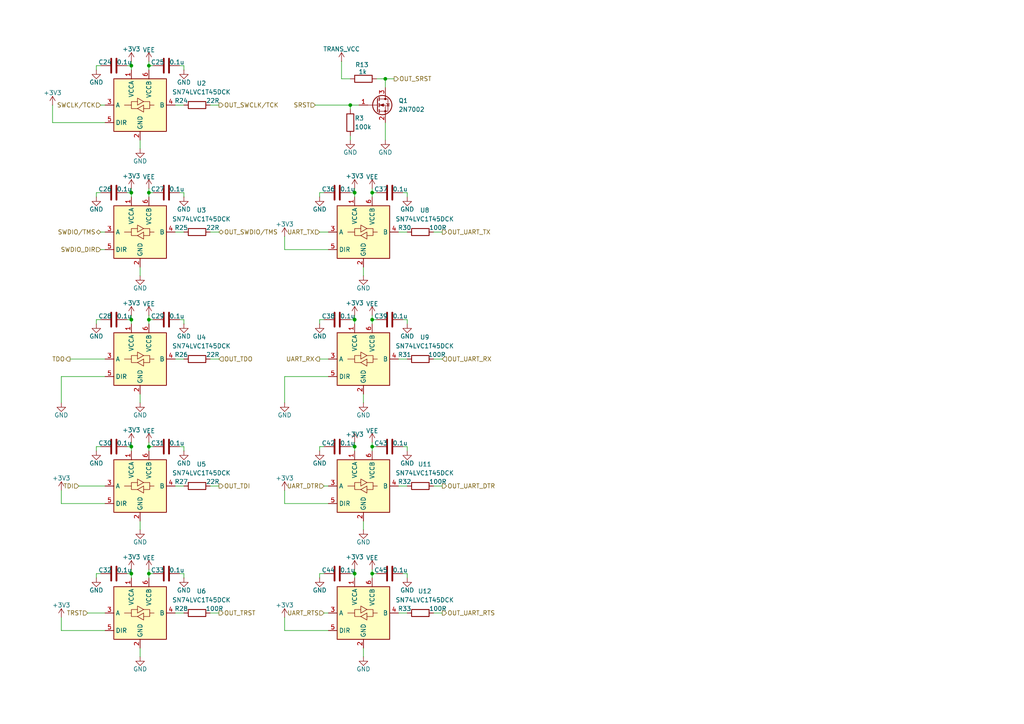
<source format=kicad_sch>
(kicad_sch (version 20241209) (generator "eeschema") (generator_version "9.0")
  (paper "A4")
  (lib_symbols
    (symbol "Device:C" (pin_numbers (hide yes)) (pin_names (offset 0.254))
      (property "Reference" "C" (at 0.635 2.54 0))
      (property "Value" "C" (at 0.635 -2.54 0))
      (symbol "C_0_1"
        (polyline (pts (xy -2.032 0.762) (xy 2.032 0.762)) (stroke (width 0.508)))
        (polyline (pts (xy -2.032 -0.762) (xy 2.032 -0.762)) (stroke (width 0.508)))
      )
      (symbol "C_1_1"
        (pin passive line (at 0 3.81 270) (length 2.794) (name "~") (number "1"))
        (pin passive line (at 0 -3.81 90) (length 2.794) (name "~") (number "2"))
      )
    )
    (symbol "Device:Q_NMOS_GSD" (pin_names (offset 0) (hide yes))
      (property "Reference" "Q" (at 5.08 1.27 0))
      (property "Value" "Q_NMOS_GSD" (at 5.08 -1.27 0))
      (symbol "Q_NMOS_GSD_0_1"
        (polyline (pts (xy 0.254 1.905) (xy 0.254 -1.905)) (stroke (width 0.254)))
        (polyline (pts (xy 0.254 0) (xy -2.54 0)))
        (polyline (pts (xy 0.762 2.286) (xy 0.762 1.27)) (stroke (width 0.254)))
        (polyline (pts (xy 0.762 0.508) (xy 0.762 -0.508)) (stroke (width 0.254)))
        (polyline (pts (xy 0.762 -1.27) (xy 0.762 -2.286)) (stroke (width 0.254)))
        (polyline (pts (xy 0.762 -1.778) (xy 3.302 -1.778) (xy 3.302 1.778) (xy 0.762 1.778)))
        (polyline (pts (xy 1.016 0) (xy 2.032 0.381) (xy 2.032 -0.381) (xy 1.016 0)) (fill (type outline)))
        (circle (center 1.651 0) (radius 2.794) (stroke (width 0.254)))
        (polyline (pts (xy 2.54 2.54) (xy 2.54 1.778)))
        (circle (center 2.54 1.778) (radius 0.254) (fill (type outline)))
        (circle (center 2.54 -1.778) (radius 0.254) (fill (type outline)))
        (polyline (pts (xy 2.54 -2.54) (xy 2.54 0) (xy 0.762 0)))
        (polyline (pts (xy 2.794 0.508) (xy 2.921 0.381) (xy 3.683 0.381) (xy 3.81 0.254)))
        (polyline (pts (xy 3.302 0.381) (xy 2.921 -0.254) (xy 3.683 -0.254) (xy 3.302 0.381)))
      )
      (symbol "Q_NMOS_GSD_1_1"
        (pin input line (at -5.08 0 0) (length 2.54) (name "G") (number "1"))
        (pin passive line (at 2.54 5.08 270) (length 2.54) (name "D") (number "3"))
        (pin passive line (at 2.54 -5.08 90) (length 2.54) (name "S") (number "2"))
      )
    )
    (symbol "Device:R" (pin_numbers (hide yes)) (pin_names (offset 0))
      (property "Reference" "R" (at 2.032 0 90))
      (property "Value" "R" (at 0 0 90))
      (symbol "R_0_1"
        (rectangle (start -1.016 -2.54) (end 1.016 2.54) (stroke (width 0.254)))
      )
      (symbol "R_1_1"
        (pin passive line (at 0 3.81 270) (length 1.27) (name "~") (number "1"))
        (pin passive line (at 0 -3.81 90) (length 1.27) (name "~") (number "2"))
      )
    )
    (symbol "Logic_LevelTranslator:SN74LVC1T45DCK"
      (property "Reference" "U" (at -6.35 8.89 0))
      (property "Value" "SN74LVC1T45DCK" (at 3.81 8.89 0))
      (symbol "SN74LVC1T45DCK_0_1"
        (rectangle (start -7.62 7.62) (end 7.62 -7.62) (stroke (width 0.254)) (fill (type background)))
        (polyline (pts (xy -2.54 0) (xy -2.54 1.016) (xy -0.762 1.016)))
        (polyline (pts (xy -0.762 0) (xy -0.762 2.032) (xy 1.016 1.016) (xy -0.762 0)))
        (polyline (pts (xy -0.762 -1.016) (xy -2.54 -1.016) (xy -2.54 0) (xy -4.572 0)))
        (polyline (pts (xy 1.016 1.016) (xy 2.794 1.016) (xy 2.794 0) (xy 4.064 0)))
        (polyline (pts (xy 1.016 0) (xy 1.016 -1.778) (xy 1.016 -2.032) (xy -0.762 -1.016) (xy 1.016 0)))
        (polyline (pts (xy 2.794 0) (xy 2.794 -1.016) (xy 1.016 -1.016)))
      )
      (symbol "SN74LVC1T45DCK_1_1"
        (pin bidirectional line (at -10.16 0 0) (length 2.54) (name "A") (number "3"))
        (pin input line (at -10.16 -5.08 0) (length 2.54) (name "DIR") (number "5"))
        (pin power_in line (at -2.54 10.16 270) (length 2.54) (name "VCCA") (number "1"))
        (pin power_in line (at 0 -10.16 90) (length 2.54) (name "GND") (number "2"))
        (pin power_in line (at 2.54 10.16 270) (length 2.54) (name "VCCB") (number "6"))
        (pin bidirectional line (at 10.16 0 180) (length 2.54) (name "B") (number "4"))
      )
    )
    (symbol "power:+3V3" (power) (pin_numbers (hide yes)) (pin_names (offset 0) (hide yes))
      (property "Value" "+3V3" (at 0 3.556 0))
      (symbol "+3V3_0_1"
        (polyline (pts (xy -0.762 1.27) (xy 0 2.54)))
        (polyline (pts (xy 0 2.54) (xy 0.762 1.27)))
        (polyline (pts (xy 0 0) (xy 0 2.54)))
      )
      (symbol "+3V3_1_1"
        (pin power_in line (at 0 0 90) (length 0) (name "~") (number "1"))
      )
    )
    (symbol "power:GND" (power) (pin_numbers (hide yes)) (pin_names (offset 0) (hide yes))
      (property "Value" "GND" (at 0 -3.81 0))
      (symbol "GND_0_1"
        (polyline (pts (xy 0 0) (xy 0 -1.27) (xy 1.27 -1.27) (xy 0 -2.54) (xy -1.27 -1.27) (xy 0 -1.27)))
      )
      (symbol "GND_1_1"
        (pin power_in line (at 0 0 270) (length 0) (name "~") (number "1"))
      )
    )
    (symbol "power:VCC" (power) (pin_numbers (hide yes)) (pin_names (offset 0) (hide yes))
      (property "Value" "VCC" (at 0 3.556 0))
      (symbol "VCC_0_1"
        (polyline (pts (xy -0.762 1.27) (xy 0 2.54)))
        (polyline (pts (xy 0 2.54) (xy 0.762 1.27)))
        (polyline (pts (xy 0 0) (xy 0 2.54)))
      )
      (symbol "VCC_1_1"
        (pin power_in line (at 0 0 90) (length 0) (name "~") (number "1"))
      )
    )
    (symbol "power:VD" (power) (pin_numbers (hide yes)) (pin_names (offset 0) (hide yes))
      (property "Value" "VD" (at 0 3.556 0))
      (symbol "VD_0_1"
        (polyline (pts (xy -0.762 1.27) (xy 0 2.54)))
        (polyline (pts (xy 0 2.54) (xy 0.762 1.27)))
        (polyline (pts (xy 0 0) (xy 0 2.54)))
      )
      (symbol "VD_1_1"
        (pin power_in line (at 0 0 90) (length 0) (name "~") (number "1"))
      )
    )
  )
  (junction (at 38.1 166.37))
  (junction (at 43.18 19.05))
  (junction (at 107.95 129.54))
  (junction (at 107.95 92.71))
  (junction (at 43.18 92.71))
  (junction (at 102.87 92.71))
  (junction (at 102.87 166.37))
  (junction (at 107.95 166.37))
  (junction (at 38.1 55.88))
  (junction (at 43.18 166.37))
  (junction (at 43.18 129.54))
  (junction (at 107.95 55.88))
  (junction (at 43.18 55.88))
  (junction (at 38.1 92.71))
  (junction (at 111.76 22.86))
  (junction (at 101.6 30.48))
  (junction (at 102.87 129.54))
  (junction (at 102.87 55.88))
  (junction (at 38.1 19.05))
  (junction (at 38.1 129.54))
  (wire (pts (xy 29.21 55.88) (xy 27.94 55.88)))
  (wire (pts (xy 60.96 140.97) (xy 63.5 140.97)))
  (wire (pts (xy 118.11 55.88) (xy 118.11 57.15)))
  (wire (pts (xy 107.95 91.44) (xy 107.95 92.71)))
  (wire (pts (xy 43.18 129.54) (xy 43.18 130.81)))
  (wire (pts (xy 116.84 166.37) (xy 118.11 166.37)))
  (wire (pts (xy 107.95 128.27) (xy 107.95 129.54)))
  (wire (pts (xy 102.87 166.37) (xy 102.87 167.64)))
  (wire (pts (xy 82.55 182.88) (xy 95.25 182.88)))
  (wire (pts (xy 92.71 129.54) (xy 92.71 130.81)))
  (wire (pts (xy 43.18 17.78) (xy 43.18 19.05)))
  (wire (pts (xy 43.18 166.37) (xy 43.18 167.64)))
  (wire (pts (xy 52.07 19.05) (xy 53.34 19.05)))
  (wire (pts (xy 107.95 55.88) (xy 109.22 55.88)))
  (wire (pts (xy 27.94 129.54) (xy 27.94 130.81)))
  (wire (pts (xy 82.55 146.05) (xy 95.25 146.05)))
  (wire (pts (xy 53.34 92.71) (xy 53.34 93.98)))
  (wire (pts (xy 60.96 30.48) (xy 63.5 30.48)))
  (wire (pts (xy 82.55 109.22) (xy 95.25 109.22)))
  (wire (pts (xy 43.18 92.71) (xy 43.18 93.98)))
  (wire (pts (xy 101.6 55.88) (xy 102.87 55.88)))
  (wire (pts (xy 91.44 30.48) (xy 101.6 30.48)))
  (wire (pts (xy 17.78 109.22) (xy 17.78 116.84)))
  (wire (pts (xy 27.94 55.88) (xy 27.94 57.15)))
  (wire (pts (xy 53.34 19.05) (xy 53.34 20.32)))
  (wire (pts (xy 101.6 30.48) (xy 104.14 30.48)))
  (wire (pts (xy 82.55 109.22) (xy 82.55 116.84)))
  (wire (pts (xy 111.76 25.4) (xy 111.76 22.86)))
  (wire (pts (xy 43.18 128.27) (xy 43.18 129.54)))
  (wire (pts (xy 116.84 55.88) (xy 118.11 55.88)))
  (wire (pts (xy 107.95 165.1) (xy 107.95 166.37)))
  (wire (pts (xy 115.57 177.8) (xy 118.11 177.8)))
  (wire (pts (xy 93.98 140.97) (xy 95.25 140.97)))
  (wire (pts (xy 111.76 35.56) (xy 111.76 40.64)))
  (wire (pts (xy 101.6 92.71) (xy 102.87 92.71)))
  (wire (pts (xy 38.1 55.88) (xy 38.1 57.15)))
  (wire (pts (xy 52.07 129.54) (xy 53.34 129.54)))
  (wire (pts (xy 43.18 54.61) (xy 43.18 55.88)))
  (wire (pts (xy 109.22 22.86) (xy 111.76 22.86)))
  (wire (pts (xy 38.1 165.1) (xy 38.1 166.37)))
  (wire (pts (xy 36.83 166.37) (xy 38.1 166.37)))
  (wire (pts (xy 125.73 140.97) (xy 128.27 140.97)))
  (wire (pts (xy 17.78 179.07) (xy 17.78 182.88)))
  (wire (pts (xy 101.6 39.37) (xy 101.6 40.64)))
  (wire (pts (xy 102.87 129.54) (xy 102.87 130.81)))
  (wire (pts (xy 43.18 165.1) (xy 43.18 166.37)))
  (wire (pts (xy 93.98 177.8) (xy 95.25 177.8)))
  (wire (pts (xy 27.94 166.37) (xy 27.94 167.64)))
  (wire (pts (xy 93.98 55.88) (xy 92.71 55.88)))
  (wire (pts (xy 50.8 30.48) (xy 53.34 30.48)))
  (wire (pts (xy 36.83 92.71) (xy 38.1 92.71)))
  (wire (pts (xy 118.11 92.71) (xy 118.11 93.98)))
  (wire (pts (xy 102.87 128.27) (xy 102.87 129.54)))
  (wire (pts (xy 102.87 55.88) (xy 102.87 57.15)))
  (wire (pts (xy 50.8 104.14) (xy 53.34 104.14)))
  (wire (pts (xy 38.1 166.37) (xy 38.1 167.64)))
  (wire (pts (xy 111.76 22.86) (xy 114.3 22.86)))
  (wire (pts (xy 38.1 128.27) (xy 38.1 129.54)))
  (wire (pts (xy 43.18 19.05) (xy 44.45 19.05)))
  (wire (pts (xy 38.1 91.44) (xy 38.1 92.71)))
  (wire (pts (xy 101.6 129.54) (xy 102.87 129.54)))
  (wire (pts (xy 105.41 114.3) (xy 105.41 116.84)))
  (wire (pts (xy 107.95 92.71) (xy 107.95 93.98)))
  (wire (pts (xy 116.84 92.71) (xy 118.11 92.71)))
  (wire (pts (xy 125.73 104.14) (xy 128.27 104.14)))
  (wire (pts (xy 52.07 55.88) (xy 53.34 55.88)))
  (wire (pts (xy 52.07 166.37) (xy 53.34 166.37)))
  (wire (pts (xy 17.78 182.88) (xy 30.48 182.88)))
  (wire (pts (xy 36.83 129.54) (xy 38.1 129.54)))
  (wire (pts (xy 92.71 92.71) (xy 92.71 93.98)))
  (wire (pts (xy 60.96 104.14) (xy 63.5 104.14)))
  (wire (pts (xy 36.83 19.05) (xy 38.1 19.05)))
  (wire (pts (xy 43.18 91.44) (xy 43.18 92.71)))
  (wire (pts (xy 40.64 114.3) (xy 40.64 116.84)))
  (wire (pts (xy 82.55 72.39) (xy 95.25 72.39)))
  (wire (pts (xy 27.94 19.05) (xy 27.94 20.32)))
  (wire (pts (xy 107.95 166.37) (xy 107.95 167.64)))
  (wire (pts (xy 38.1 129.54) (xy 38.1 130.81)))
  (wire (pts (xy 17.78 146.05) (xy 30.48 146.05)))
  (wire (pts (xy 50.8 177.8) (xy 53.34 177.8)))
  (wire (pts (xy 38.1 54.61) (xy 38.1 55.88)))
  (wire (pts (xy 107.95 166.37) (xy 109.22 166.37)))
  (wire (pts (xy 43.18 19.05) (xy 43.18 20.32)))
  (wire (pts (xy 115.57 140.97) (xy 118.11 140.97)))
  (wire (pts (xy 125.73 67.31) (xy 128.27 67.31)))
  (wire (pts (xy 93.98 92.71) (xy 92.71 92.71)))
  (wire (pts (xy 107.95 129.54) (xy 107.95 130.81)))
  (wire (pts (xy 118.11 129.54) (xy 118.11 130.81)))
  (wire (pts (xy 15.24 30.48) (xy 15.24 35.56)))
  (wire (pts (xy 53.34 55.88) (xy 53.34 57.15)))
  (wire (pts (xy 101.6 30.48) (xy 101.6 31.75)))
  (wire (pts (xy 82.55 68.58) (xy 82.55 72.39)))
  (wire (pts (xy 40.64 40.64) (xy 40.64 43.18)))
  (wire (pts (xy 82.55 142.24) (xy 82.55 146.05)))
  (wire (pts (xy 102.87 92.71) (xy 102.87 93.98)))
  (wire (pts (xy 15.24 35.56) (xy 30.48 35.56)))
  (wire (pts (xy 22.86 140.97) (xy 30.48 140.97)))
  (wire (pts (xy 43.18 129.54) (xy 44.45 129.54)))
  (wire (pts (xy 20.32 104.14) (xy 30.48 104.14)))
  (wire (pts (xy 29.21 72.39) (xy 30.48 72.39)))
  (wire (pts (xy 29.21 92.71) (xy 27.94 92.71)))
  (wire (pts (xy 38.1 19.05) (xy 38.1 20.32)))
  (wire (pts (xy 82.55 179.07) (xy 82.55 182.88)))
  (wire (pts (xy 53.34 166.37) (xy 53.34 167.64)))
  (wire (pts (xy 107.95 129.54) (xy 109.22 129.54)))
  (wire (pts (xy 102.87 91.44) (xy 102.87 92.71)))
  (wire (pts (xy 50.8 67.31) (xy 53.34 67.31)))
  (wire (pts (xy 25.4 177.8) (xy 30.48 177.8)))
  (wire (pts (xy 40.64 187.96) (xy 40.64 190.5)))
  (wire (pts (xy 102.87 165.1) (xy 102.87 166.37)))
  (wire (pts (xy 102.87 54.61) (xy 102.87 55.88)))
  (wire (pts (xy 115.57 67.31) (xy 118.11 67.31)))
  (wire (pts (xy 107.95 92.71) (xy 109.22 92.71)))
  (wire (pts (xy 93.98 166.37) (xy 92.71 166.37)))
  (wire (pts (xy 43.18 55.88) (xy 43.18 57.15)))
  (wire (pts (xy 92.71 67.31) (xy 95.25 67.31)))
  (wire (pts (xy 60.96 177.8) (xy 63.5 177.8)))
  (wire (pts (xy 125.73 177.8) (xy 128.27 177.8)))
  (wire (pts (xy 99.06 17.78) (xy 99.06 22.86)))
  (wire (pts (xy 60.96 67.31) (xy 63.5 67.31)))
  (wire (pts (xy 43.18 166.37) (xy 44.45 166.37)))
  (wire (pts (xy 93.98 129.54) (xy 92.71 129.54)))
  (wire (pts (xy 92.71 104.14) (xy 95.25 104.14)))
  (wire (pts (xy 27.94 92.71) (xy 27.94 93.98)))
  (wire (pts (xy 17.78 142.24) (xy 17.78 146.05)))
  (wire (pts (xy 52.07 92.71) (xy 53.34 92.71)))
  (wire (pts (xy 107.95 55.88) (xy 107.95 57.15)))
  (wire (pts (xy 105.41 151.13) (xy 105.41 153.67)))
  (wire (pts (xy 50.8 140.97) (xy 53.34 140.97)))
  (wire (pts (xy 92.71 55.88) (xy 92.71 57.15)))
  (wire (pts (xy 29.21 19.05) (xy 27.94 19.05)))
  (wire (pts (xy 36.83 55.88) (xy 38.1 55.88)))
  (wire (pts (xy 105.41 187.96) (xy 105.41 190.5)))
  (wire (pts (xy 43.18 55.88) (xy 44.45 55.88)))
  (wire (pts (xy 17.78 109.22) (xy 30.48 109.22)))
  (wire (pts (xy 116.84 129.54) (xy 118.11 129.54)))
  (wire (pts (xy 40.64 151.13) (xy 40.64 153.67)))
  (wire (pts (xy 115.57 104.14) (xy 118.11 104.14)))
  (wire (pts (xy 53.34 129.54) (xy 53.34 130.81)))
  (wire (pts (xy 105.41 77.47) (xy 105.41 80.01)))
  (wire (pts (xy 101.6 166.37) (xy 102.87 166.37)))
  (wire (pts (xy 29.21 67.31) (xy 30.48 67.31)))
  (wire (pts (xy 38.1 17.78) (xy 38.1 19.05)))
  (wire (pts (xy 118.11 166.37) (xy 118.11 167.64)))
  (wire (pts (xy 29.21 166.37) (xy 27.94 166.37)))
  (wire (pts (xy 38.1 92.71) (xy 38.1 93.98)))
  (wire (pts (xy 101.6 22.86) (xy 99.06 22.86)))
  (wire (pts (xy 29.21 129.54) (xy 27.94 129.54)))
  (wire (pts (xy 107.95 54.61) (xy 107.95 55.88)))
  (wire (pts (xy 40.64 77.47) (xy 40.64 80.01)))
  (wire (pts (xy 29.21 30.48) (xy 30.48 30.48)))
  (wire (pts (xy 43.18 92.71) (xy 44.45 92.71)))
  (wire (pts (xy 92.71 166.37) (xy 92.71 167.64)))
  (hierarchical_label "OUT_TDO" (shape input) (at 63.5 104.14 0))
  (hierarchical_label "SWCLK{slash}TCK" (shape input) (at 29.21 30.48 180))
  (hierarchical_label "OUT_UART_RX" (shape input) (at 128.27 104.14 0))
  (hierarchical_label "TDO" (shape output) (at 20.32 104.14 180))
  (hierarchical_label "OUT_TDI" (shape output) (at 63.5 140.97 0))
  (hierarchical_label "OUT_UART_RTS" (shape output) (at 128.27 177.8 0))
  (hierarchical_label "OUT_UART_DTR" (shape output) (at 128.27 140.97 0))
  (hierarchical_label "OUT_SWCLK{slash}TCK" (shape output) (at 63.5 30.48 0))
  (hierarchical_label "SWDIO{slash}TMS" (shape bidirectional) (at 29.21 67.31 180))
  (hierarchical_label "SRST" (shape input) (at 91.44 30.48 180))
  (hierarchical_label "OUT_TRST" (shape output) (at 63.5 177.8 0))
  (hierarchical_label "TRST" (shape input) (at 25.4 177.8 180))
  (hierarchical_label "UART_TX" (shape input) (at 92.71 67.31 180))
  (hierarchical_label "UART_RTS" (shape input) (at 93.98 177.8 180))
  (hierarchical_label "UART_RX" (shape output) (at 92.71 104.14 180))
  (hierarchical_label "OUT_UART_TX" (shape output) (at 128.27 67.31 0))
  (hierarchical_label "OUT_SWDIO{slash}TMS" (shape bidirectional) (at 63.5 67.31 0))
  (hierarchical_label "SWDIO_DIR" (shape input) (at 29.21 72.39 180))
  (hierarchical_label "UART_DTR" (shape input) (at 93.98 140.97 180))
  (hierarchical_label "TDI" (shape input) (at 22.86 140.97 180))
  (hierarchical_label "OUT_SRST" (shape output) (at 114.3 22.86 0))
  (symbol (lib_id "power:GND") (at 92.71 167.64 0) (unit 1)
    (property "Reference" "#PWR081" (effects (hide yes)))
    (property "Value" "GND" (at 92.71 171.196 0))
    (property "Description" "Power symbol creates a global label with name \"GND\" , ground" (effects (hide yes)))
  )
  (symbol (lib_id "power:VD") (at 43.18 165.1 0) (unit 1)
    (property "Reference" "#PWR044" (effects (hide yes)))
    (property "Value" "VEE" (at 43.18 161.798 0))
    (property "Description" "Power symbol creates a global label with name \"VD\"" (effects (hide yes)))
  )
  (symbol (lib_id "power:GND") (at 27.94 20.32 0) (unit 1)
    (property "Reference" "#PWR022" (effects (hide yes)))
    (property "Value" "GND" (at 27.94 23.876 0))
    (property "Description" "Power symbol creates a global label with name \"GND\" , ground" (effects (hide yes)))
  )
  (symbol (lib_id "Device:R") (at 57.15 30.48 90) (unit 1)
    (property "Reference" "R24" (at 52.578 29.21 90))
    (property "Value" "22R" (at 61.722 29.21 90))
    (property "Footprint" "Resistor_SMD:R_0402_1005Metric" (effects (hide yes)))
    (property "Description" "Resistor" (effects (hide yes)))
  )
  (symbol (lib_id "power:VCC") (at 99.06 17.78 0) (unit 1)
    (property "Reference" "#PWR0140" (effects (hide yes)))
    (property "Value" "TRANS_VCC" (at 99.06 14.224 0))
    (property "Description" "Power symbol creates a global label with name \"VCC\"" (effects (hide yes)))
  )
  (symbol (lib_id "power:GND") (at 40.64 190.5 0) (unit 1)
    (property "Reference" "#PWR048" (effects (hide yes)))
    (property "Value" "GND" (at 40.64 194.056 0))
    (property "Description" "Power symbol creates a global label with name \"GND\" , ground" (effects (hide yes)))
  )
  (symbol (lib_id "Device:R") (at 121.92 67.31 90) (unit 1)
    (property "Reference" "R30" (at 117.348 66.04 90))
    (property "Value" "100R" (at 127 66.04 90))
    (property "Footprint" "Resistor_SMD:R_0402_1005Metric" (effects (hide yes)))
    (property "Description" "Resistor" (effects (hide yes)))
  )
  (symbol (lib_id "power:GND") (at 27.94 57.15 0) (unit 1)
    (property "Reference" "#PWR028" (effects (hide yes)))
    (property "Value" "GND" (at 27.94 60.706 0))
    (property "Description" "Power symbol creates a global label with name \"GND\" , ground" (effects (hide yes)))
  )
  (symbol (lib_id "power:GND") (at 27.94 93.98 0) (unit 1)
    (property "Reference" "#PWR033" (effects (hide yes)))
    (property "Value" "GND" (at 27.94 97.536 0))
    (property "Description" "Power symbol creates a global label with name \"GND\" , ground" (effects (hide yes)))
  )
  (symbol (lib_id "power:+3V3") (at 102.87 165.1 0) (unit 1)
    (property "Reference" "#PWR079" (effects (hide yes)))
    (property "Value" "+3V3" (at 102.87 161.544 0))
    (property "Description" "Power symbol creates a global label with name \"+3V3\"" (effects (hide yes)))
  )
  (symbol (lib_id "Device:C") (at 33.02 129.54 90) (unit 1)
    (property "Reference" "C30" (at 30.48 128.524 90))
    (property "Value" "0.1u" (at 36.068 128.524 90))
    (property "Footprint" "Capacitor_SMD:C_0402_1005Metric" (effects (hide yes)))
    (property "Description" "Unpolarized capacitor" (effects (hide yes)))
  )
  (symbol (lib_id "Device:C") (at 113.03 92.71 90) (unit 1)
    (property "Reference" "C39" (at 110.49 91.694 90))
    (property "Value" "0.1u" (at 116.078 91.694 90))
    (property "Footprint" "Capacitor_SMD:C_0402_1005Metric" (effects (hide yes)))
    (property "Description" "Unpolarized capacitor" (effects (hide yes)))
  )
  (symbol (lib_id "power:VD") (at 43.18 91.44 0) (unit 1)
    (property "Reference" "#PWR032" (effects (hide yes)))
    (property "Value" "VEE" (at 43.18 88.138 0))
    (property "Description" "Power symbol creates a global label with name \"VD\"" (effects (hide yes)))
  )
  (symbol (lib_id "Device:R") (at 121.92 140.97 90) (unit 1)
    (property "Reference" "R32" (at 117.348 139.7 90))
    (property "Value" "100R" (at 127 139.7 90))
    (property "Footprint" "Resistor_SMD:R_0402_1005Metric" (effects (hide yes)))
    (property "Description" "Resistor" (effects (hide yes)))
  )
  (symbol (lib_id "power:GND") (at 40.64 80.01 0) (unit 1)
    (property "Reference" "#PWR030" (effects (hide yes)))
    (property "Value" "GND" (at 40.64 83.566 0))
    (property "Description" "Power symbol creates a global label with name \"GND\" , ground" (effects (hide yes)))
  )
  (symbol (lib_id "Device:C") (at 33.02 55.88 90) (unit 1)
    (property "Reference" "C26" (at 30.48 54.864 90))
    (property "Value" "0.1u" (at 36.068 54.864 90))
    (property "Footprint" "Capacitor_SMD:C_0402_1005Metric" (effects (hide yes)))
    (property "Description" "Unpolarized capacitor" (effects (hide yes)))
  )
  (symbol (lib_id "power:+3V3") (at 38.1 17.78 0) (unit 1)
    (property "Reference" "#PWR018" (effects (hide yes)))
    (property "Value" "+3V3" (at 38.1 14.224 0))
    (property "Description" "Power symbol creates a global label with name \"+3V3\"" (effects (hide yes)))
  )
  (symbol (lib_id "power:GND") (at 118.11 57.15 0) (unit 1)
    (property "Reference" "#PWR058" (effects (hide yes)))
    (property "Value" "GND" (at 118.11 60.706 0))
    (property "Description" "Power symbol creates a global label with name \"GND\" , ground" (effects (hide yes)))
  )
  (symbol (lib_id "power:GND") (at 40.64 153.67 0) (unit 1)
    (property "Reference" "#PWR042" (effects (hide yes)))
    (property "Value" "GND" (at 40.64 157.226 0))
    (property "Description" "Power symbol creates a global label with name \"GND\" , ground" (effects (hide yes)))
  )
  (symbol (lib_id "power:VD") (at 43.18 17.78 0) (unit 1)
    (property "Reference" "#PWR019" (effects (hide yes)))
    (property "Value" "VEE" (at 43.18 14.478 0))
    (property "Description" "Power symbol creates a global label with name \"VD\"" (effects (hide yes)))
  )
  (symbol (lib_id "Device:C") (at 33.02 19.05 90) (unit 1)
    (property "Reference" "C24" (at 30.48 18.034 90))
    (property "Value" "0.1u" (at 36.068 18.034 90))
    (property "Footprint" "Capacitor_SMD:C_0402_1005Metric" (effects (hide yes)))
    (property "Description" "Unpolarized capacitor" (effects (hide yes)))
  )
  (symbol (lib_id "power:GND") (at 53.34 167.64 0) (unit 1)
    (property "Reference" "#PWR046" (effects (hide yes)))
    (property "Value" "GND" (at 53.34 171.196 0))
    (property "Description" "Power symbol creates a global label with name \"GND\" , ground" (effects (hide yes)))
  )
  (symbol (lib_id "power:VD") (at 107.95 54.61 0) (unit 1)
    (property "Reference" "#PWR056" (effects (hide yes)))
    (property "Value" "VEE" (at 107.95 51.308 0))
    (property "Description" "Power symbol creates a global label with name \"VD\"" (effects (hide yes)))
  )
  (symbol (lib_id "Device:R") (at 57.15 177.8 90) (unit 1)
    (property "Reference" "R28" (at 52.578 176.53 90))
    (property "Value" "100R" (at 62.23 176.53 90))
    (property "Footprint" "Resistor_SMD:R_0402_1005Metric" (effects (hide yes)))
    (property "Description" "Resistor" (effects (hide yes)))
  )
  (symbol (lib_id "power:GND") (at 40.64 43.18 0) (unit 1)
    (property "Reference" "#PWR025" (effects (hide yes)))
    (property "Value" "GND" (at 40.64 46.736 0))
    (property "Description" "Power symbol creates a global label with name \"GND\" , ground" (effects (hide yes)))
  )
  (symbol (lib_id "Device:C") (at 48.26 55.88 90) (unit 1)
    (property "Reference" "C27" (at 45.72 54.864 90))
    (property "Value" "0.1u" (at 51.308 54.864 90))
    (property "Footprint" "Capacitor_SMD:C_0402_1005Metric" (effects (hide yes)))
    (property "Description" "Unpolarized capacitor" (effects (hide yes)))
  )
  (symbol (lib_id "power:VD") (at 107.95 165.1 0) (unit 1)
    (property "Reference" "#PWR080" (effects (hide yes)))
    (property "Value" "VEE" (at 107.95 161.798 0))
    (property "Description" "Power symbol creates a global label with name \"VD\"" (effects (hide yes)))
  )
  (symbol (lib_id "power:GND") (at 53.34 20.32 0) (unit 1)
    (property "Reference" "#PWR023" (effects (hide yes)))
    (property "Value" "GND" (at 53.34 23.876 0))
    (property "Description" "Power symbol creates a global label with name \"GND\" , ground" (effects (hide yes)))
  )
  (symbol (lib_id "Logic_LevelTranslator:SN74LVC1T45DCK") (at 105.41 67.31 0) (unit 1)
    (property "Reference" "U8" (at 123.19 60.9914 0))
    (property "Value" "SN74LVC1T45DCK" (at 123.19 63.5314 0))
    (property "Footprint" "Package_TO_SOT_SMD:SOT-363_SC-70-6" (effects (hide yes)))
    (property "Datasheet" "http://www.ti.com/lit/ds/symlink/sn74lvc1t45.pdf" (effects (hide yes)))
    (property "Description" "Single-Bit Dual-Supply Bus Transceiver With Configurable Voltage Translation and 3-State Outputs, SOT-363" (effects (hide yes)))
  )
  (symbol (lib_id "power:+3V3") (at 102.87 128.27 0) (unit 1)
    (property "Reference" "#PWR073" (effects (hide yes)))
    (property "Value" "+3V3" (at 102.87 125.984 0))
    (property "Description" "Power symbol creates a global label with name \"+3V3\"" (effects (hide yes)))
  )
  (symbol (lib_id "power:GND") (at 27.94 130.81 0) (unit 1)
    (property "Reference" "#PWR039" (effects (hide yes)))
    (property "Value" "GND" (at 27.94 134.366 0))
    (property "Description" "Power symbol creates a global label with name \"GND\" , ground" (effects (hide yes)))
  )
  (symbol (lib_id "Device:C") (at 48.26 92.71 90) (unit 1)
    (property "Reference" "C29" (at 45.72 91.694 90))
    (property "Value" "0.1u" (at 51.308 91.694 90))
    (property "Footprint" "Capacitor_SMD:C_0402_1005Metric" (effects (hide yes)))
    (property "Description" "Unpolarized capacitor" (effects (hide yes)))
  )
  (symbol (lib_id "power:+3V3") (at 15.24 30.48 0) (unit 1)
    (property "Reference" "#PWR024" (effects (hide yes)))
    (property "Value" "+3V3" (at 15.24 26.924 0))
    (property "Description" "Power symbol creates a global label with name \"+3V3\"" (effects (hide yes)))
  )
  (symbol (lib_id "power:GND") (at 92.71 130.81 0) (unit 1)
    (property "Reference" "#PWR075" (effects (hide yes)))
    (property "Value" "GND" (at 92.71 134.366 0))
    (property "Description" "Power symbol creates a global label with name \"GND\" , ground" (effects (hide yes)))
  )
  (symbol (lib_id "power:GND") (at 118.11 130.81 0) (unit 1)
    (property "Reference" "#PWR076" (effects (hide yes)))
    (property "Value" "GND" (at 118.11 134.366 0))
    (property "Description" "Power symbol creates a global label with name \"GND\" , ground" (effects (hide yes)))
  )
  (symbol (lib_id "power:GND") (at 82.55 116.84 0) (unit 1)
    (property "Reference" "#PWR071" (effects (hide yes)))
    (property "Value" "GND" (at 82.55 120.396 0))
    (property "Description" "Power symbol creates a global label with name \"GND\" , ground" (effects (hide yes)))
  )
  (symbol (lib_id "Logic_LevelTranslator:SN74LVC1T45DCK") (at 40.64 104.14 0) (unit 1)
    (property "Reference" "U4" (at 58.42 97.8214 0))
    (property "Value" "SN74LVC1T45DCK" (at 58.42 100.3614 0))
    (property "Footprint" "Package_TO_SOT_SMD:SOT-363_SC-70-6" (effects (hide yes)))
    (property "Datasheet" "http://www.ti.com/lit/ds/symlink/sn74lvc1t45.pdf" (effects (hide yes)))
    (property "Description" "Single-Bit Dual-Supply Bus Transceiver With Configurable Voltage Translation and 3-State Outputs, SOT-363" (effects (hide yes)))
  )
  (symbol (lib_id "Logic_LevelTranslator:SN74LVC1T45DCK") (at 40.64 140.97 0) (unit 1)
    (property "Reference" "U5" (at 58.42 134.6514 0))
    (property "Value" "SN74LVC1T45DCK" (at 58.42 137.1914 0))
    (property "Footprint" "Package_TO_SOT_SMD:SOT-363_SC-70-6" (effects (hide yes)))
    (property "Datasheet" "http://www.ti.com/lit/ds/symlink/sn74lvc1t45.pdf" (effects (hide yes)))
    (property "Description" "Single-Bit Dual-Supply Bus Transceiver With Configurable Voltage Translation and 3-State Outputs, SOT-363" (effects (hide yes)))
  )
  (symbol (lib_id "Device:C") (at 33.02 92.71 90) (unit 1)
    (property "Reference" "C28" (at 30.48 91.694 90))
    (property "Value" "0.1u" (at 36.068 91.694 90))
    (property "Footprint" "Capacitor_SMD:C_0402_1005Metric" (effects (hide yes)))
    (property "Description" "Unpolarized capacitor" (effects (hide yes)))
  )
  (symbol (lib_id "Logic_LevelTranslator:SN74LVC1T45DCK") (at 105.41 140.97 0) (unit 1)
    (property "Reference" "U11" (at 123.19 134.6514 0))
    (property "Value" "SN74LVC1T45DCK" (at 123.19 137.1914 0))
    (property "Footprint" "Package_TO_SOT_SMD:SOT-363_SC-70-6" (effects (hide yes)))
    (property "Datasheet" "http://www.ti.com/lit/ds/symlink/sn74lvc1t45.pdf" (effects (hide yes)))
    (property "Description" "Single-Bit Dual-Supply Bus Transceiver With Configurable Voltage Translation and 3-State Outputs, SOT-363" (effects (hide yes)))
  )
  (symbol (lib_id "Device:R") (at 57.15 67.31 90) (unit 1)
    (property "Reference" "R25" (at 52.578 66.04 90))
    (property "Value" "22R" (at 61.722 66.04 90))
    (property "Footprint" "Resistor_SMD:R_0402_1005Metric" (effects (hide yes)))
    (property "Description" "Resistor" (effects (hide yes)))
  )
  (symbol (lib_id "power:VD") (at 107.95 128.27 0) (unit 1)
    (property "Reference" "#PWR074" (effects (hide yes)))
    (property "Value" "VEE" (at 107.95 124.968 0))
    (property "Description" "Power symbol creates a global label with name \"VD\"" (effects (hide yes)))
  )
  (symbol (lib_id "power:VD") (at 107.95 91.44 0) (unit 1)
    (property "Reference" "#PWR062" (effects (hide yes)))
    (property "Value" "VEE" (at 107.95 88.138 0))
    (property "Description" "Power symbol creates a global label with name \"VD\"" (effects (hide yes)))
  )
  (symbol (lib_id "power:+3V3") (at 102.87 54.61 0) (unit 1)
    (property "Reference" "#PWR055" (effects (hide yes)))
    (property "Value" "+3V3" (at 102.87 51.054 0))
    (property "Description" "Power symbol creates a global label with name \"+3V3\"" (effects (hide yes)))
  )
  (symbol (lib_id "Device:Q_NMOS_GSD") (at 109.22 30.48 0) (unit 1)
    (property "Reference" "Q1" (at 115.57 29.2099 0) (effects (justify left)))
    (property "Value" "2N7002" (at 115.57 31.7499 0) (effects (justify left)))
    (property "Footprint" "Package_TO_SOT_SMD:SOT-323_SC-70" (effects (hide yes)))
    (property "Description" "N-MOSFET transistor, gate/source/drain" (effects (hide yes)))
  )
  (symbol (lib_id "Device:C") (at 97.79 129.54 90) (unit 1)
    (property "Reference" "C42" (at 95.25 128.524 90))
    (property "Value" "0.1u" (at 100.838 128.524 90))
    (property "Footprint" "Capacitor_SMD:C_0402_1005Metric" (effects (hide yes)))
    (property "Description" "Unpolarized capacitor" (effects (hide yes)))
  )
  (symbol (lib_id "Device:R") (at 105.41 22.86 90) (unit 1)
    (property "Reference" "R13" (at 106.934 18.796 90) (effects (justify left)))
    (property "Value" "1k" (at 106.426 20.828 90) (effects (justify left)))
    (property "Footprint" "Resistor_SMD:R_0402_1005Metric" (effects (hide yes)))
    (property "Description" "Resistor" (effects (hide yes)))
  )
  (symbol (lib_id "power:GND") (at 105.41 153.67 0) (unit 1)
    (property "Reference" "#PWR078" (effects (hide yes)))
    (property "Value" "GND" (at 105.41 157.226 0))
    (property "Description" "Power symbol creates a global label with name \"GND\" , ground" (effects (hide yes)))
  )
  (symbol (lib_id "power:GND") (at 40.64 116.84 0) (unit 1)
    (property "Reference" "#PWR036" (effects (hide yes)))
    (property "Value" "GND" (at 40.64 120.396 0))
    (property "Description" "Power symbol creates a global label with name \"GND\" , ground" (effects (hide yes)))
  )
  (symbol (lib_id "Logic_LevelTranslator:SN74LVC1T45DCK") (at 40.64 177.8 0) (unit 1)
    (property "Reference" "U6" (at 58.42 171.4814 0))
    (property "Value" "SN74LVC1T45DCK" (at 58.42 174.0214 0))
    (property "Footprint" "Package_TO_SOT_SMD:SOT-363_SC-70-6" (effects (hide yes)))
    (property "Datasheet" "http://www.ti.com/lit/ds/symlink/sn74lvc1t45.pdf" (effects (hide yes)))
    (property "Description" "Single-Bit Dual-Supply Bus Transceiver With Configurable Voltage Translation and 3-State Outputs, SOT-363" (effects (hide yes)))
  )
  (symbol (lib_id "power:GND") (at 105.41 116.84 0) (unit 1)
    (property "Reference" "#PWR072" (effects (hide yes)))
    (property "Value" "GND" (at 105.41 120.396 0))
    (property "Description" "Power symbol creates a global label with name \"GND\" , ground" (effects (hide yes)))
  )
  (symbol (lib_id "power:+3V3") (at 82.55 142.24 0) (unit 1)
    (property "Reference" "#PWR077" (effects (hide yes)))
    (property "Value" "+3V3" (at 82.55 138.684 0))
    (property "Description" "Power symbol creates a global label with name \"+3V3\"" (effects (hide yes)))
  )
  (symbol (lib_id "Device:C") (at 48.26 19.05 90) (unit 1)
    (property "Reference" "C25" (at 45.72 18.034 90))
    (property "Value" "0.1u" (at 51.308 18.034 90))
    (property "Footprint" "Capacitor_SMD:C_0402_1005Metric" (effects (hide yes)))
    (property "Description" "Unpolarized capacitor" (effects (hide yes)))
  )
  (symbol (lib_id "power:+3V3") (at 82.55 68.58 0) (unit 1)
    (property "Reference" "#PWR059" (effects (hide yes)))
    (property "Value" "+3V3" (at 82.55 65.024 0))
    (property "Description" "Power symbol creates a global label with name \"+3V3\"" (effects (hide yes)))
  )
  (symbol (lib_id "power:VD") (at 43.18 128.27 0) (unit 1)
    (property "Reference" "#PWR038" (effects (hide yes)))
    (property "Value" "VEE" (at 43.18 124.968 0))
    (property "Description" "Power symbol creates a global label with name \"VD\"" (effects (hide yes)))
  )
  (symbol (lib_id "Device:C") (at 113.03 166.37 90) (unit 1)
    (property "Reference" "C45" (at 110.49 165.354 90))
    (property "Value" "0.1u" (at 116.078 165.354 90))
    (property "Footprint" "Capacitor_SMD:C_0402_1005Metric" (effects (hide yes)))
    (property "Description" "Unpolarized capacitor" (effects (hide yes)))
  )
  (symbol (lib_id "power:GND") (at 105.41 80.01 0) (unit 1)
    (property "Reference" "#PWR060" (effects (hide yes)))
    (property "Value" "GND" (at 105.41 83.566 0))
    (property "Description" "Power symbol creates a global label with name \"GND\" , ground" (effects (hide yes)))
  )
  (symbol (lib_id "Logic_LevelTranslator:SN74LVC1T45DCK") (at 105.41 104.14 0) (unit 1)
    (property "Reference" "U9" (at 123.19 97.8214 0))
    (property "Value" "SN74LVC1T45DCK" (at 123.19 100.3614 0))
    (property "Footprint" "Package_TO_SOT_SMD:SOT-363_SC-70-6" (effects (hide yes)))
    (property "Datasheet" "http://www.ti.com/lit/ds/symlink/sn74lvc1t45.pdf" (effects (hide yes)))
    (property "Description" "Single-Bit Dual-Supply Bus Transceiver With Configurable Voltage Translation and 3-State Outputs, SOT-363" (effects (hide yes)))
  )
  (symbol (lib_id "power:GND") (at 118.11 93.98 0) (unit 1)
    (property "Reference" "#PWR064" (effects (hide yes)))
    (property "Value" "GND" (at 118.11 97.536 0))
    (property "Description" "Power symbol creates a global label with name \"GND\" , ground" (effects (hide yes)))
  )
  (symbol (lib_id "power:GND") (at 105.41 190.5 0) (unit 1)
    (property "Reference" "#PWR097" (effects (hide yes)))
    (property "Value" "GND" (at 105.41 194.056 0))
    (property "Description" "Power symbol creates a global label with name \"GND\" , ground" (effects (hide yes)))
  )
  (symbol (lib_id "power:+3V3") (at 38.1 128.27 0) (unit 1)
    (property "Reference" "#PWR037" (effects (hide yes)))
    (property "Value" "+3V3" (at 38.1 124.714 0))
    (property "Description" "Power symbol creates a global label with name \"+3V3\"" (effects (hide yes)))
  )
  (symbol (lib_id "power:GND") (at 53.34 57.15 0) (unit 1)
    (property "Reference" "#PWR029" (effects (hide yes)))
    (property "Value" "GND" (at 53.34 60.706 0))
    (property "Description" "Power symbol creates a global label with name \"GND\" , ground" (effects (hide yes)))
  )
  (symbol (lib_id "Device:R") (at 57.15 104.14 90) (unit 1)
    (property "Reference" "R26" (at 52.578 102.87 90))
    (property "Value" "22R" (at 61.722 102.87 90))
    (property "Footprint" "Resistor_SMD:R_0402_1005Metric" (effects (hide yes)))
    (property "Description" "Resistor" (effects (hide yes)))
  )
  (symbol (lib_id "power:GND") (at 111.76 40.64 0) (unit 1)
    (property "Reference" "#PWR0129" (effects (hide yes)))
    (property "Value" "GND" (at 111.76 44.196 0))
    (property "Description" "Power symbol creates a global label with name \"GND\" , ground" (effects (hide yes)))
  )
  (symbol (lib_id "Device:C") (at 97.79 166.37 90) (unit 1)
    (property "Reference" "C44" (at 95.25 165.354 90))
    (property "Value" "0.1u" (at 100.838 165.354 90))
    (property "Footprint" "Capacitor_SMD:C_0402_1005Metric" (effects (hide yes)))
    (property "Description" "Unpolarized capacitor" (effects (hide yes)))
  )
  (symbol (lib_id "Device:C") (at 97.79 92.71 90) (unit 1)
    (property "Reference" "C38" (at 95.25 91.694 90))
    (property "Value" "0.1u" (at 100.838 91.694 90))
    (property "Footprint" "Capacitor_SMD:C_0402_1005Metric" (effects (hide yes)))
    (property "Description" "Unpolarized capacitor" (effects (hide yes)))
  )
  (symbol (lib_id "power:GND") (at 101.6 40.64 0) (unit 1)
    (property "Reference" "#PWR0137" (effects (hide yes)))
    (property "Value" "GND" (at 101.6 44.196 0))
    (property "Description" "Power symbol creates a global label with name \"GND\" , ground" (effects (hide yes)))
  )
  (symbol (lib_id "power:GND") (at 92.71 93.98 0) (unit 1)
    (property "Reference" "#PWR063" (effects (hide yes)))
    (property "Value" "GND" (at 92.71 97.536 0))
    (property "Description" "Power symbol creates a global label with name \"GND\" , ground" (effects (hide yes)))
  )
  (symbol (lib_id "Logic_LevelTranslator:SN74LVC1T45DCK") (at 40.64 67.31 0) (unit 1)
    (property "Reference" "U3" (at 58.42 60.9914 0))
    (property "Value" "SN74LVC1T45DCK" (at 58.42 63.5314 0))
    (property "Footprint" "Package_TO_SOT_SMD:SOT-363_SC-70-6" (effects (hide yes)))
    (property "Datasheet" "http://www.ti.com/lit/ds/symlink/sn74lvc1t45.pdf" (effects (hide yes)))
    (property "Description" "Single-Bit Dual-Supply Bus Transceiver With Configurable Voltage Translation and 3-State Outputs, SOT-363" (effects (hide yes)))
  )
  (symbol (lib_id "power:GND") (at 92.71 57.15 0) (unit 1)
    (property "Reference" "#PWR057" (effects (hide yes)))
    (property "Value" "GND" (at 92.71 60.706 0))
    (property "Description" "Power symbol creates a global label with name \"GND\" , ground" (effects (hide yes)))
  )
  (symbol (lib_id "Device:C") (at 113.03 129.54 90) (unit 1)
    (property "Reference" "C43" (at 110.49 128.524 90))
    (property "Value" "0.1u" (at 116.078 128.524 90))
    (property "Footprint" "Capacitor_SMD:C_0402_1005Metric" (effects (hide yes)))
    (property "Description" "Unpolarized capacitor" (effects (hide yes)))
  )
  (symbol (lib_id "Device:C") (at 48.26 129.54 90) (unit 1)
    (property "Reference" "C31" (at 45.72 128.524 90))
    (property "Value" "0.1u" (at 51.308 128.524 90))
    (property "Footprint" "Capacitor_SMD:C_0402_1005Metric" (effects (hide yes)))
    (property "Description" "Unpolarized capacitor" (effects (hide yes)))
  )
  (symbol (lib_id "power:GND") (at 53.34 93.98 0) (unit 1)
    (property "Reference" "#PWR034" (effects (hide yes)))
    (property "Value" "GND" (at 53.34 97.536 0))
    (property "Description" "Power symbol creates a global label with name \"GND\" , ground" (effects (hide yes)))
  )
  (symbol (lib_id "power:+3V3") (at 102.87 91.44 0) (unit 1)
    (property "Reference" "#PWR061" (effects (hide yes)))
    (property "Value" "+3V3" (at 102.87 87.884 0))
    (property "Description" "Power symbol creates a global label with name \"+3V3\"" (effects (hide yes)))
  )
  (symbol (lib_id "power:GND") (at 27.94 167.64 0) (unit 1)
    (property "Reference" "#PWR045" (effects (hide yes)))
    (property "Value" "GND" (at 27.94 171.196 0))
    (property "Description" "Power symbol creates a global label with name \"GND\" , ground" (effects (hide yes)))
  )
  (symbol (lib_id "Device:C") (at 113.03 55.88 90) (unit 1)
    (property "Reference" "C37" (at 110.49 54.864 90))
    (property "Value" "0.1u" (at 116.078 54.864 90))
    (property "Footprint" "Capacitor_SMD:C_0402_1005Metric" (effects (hide yes)))
    (property "Description" "Unpolarized capacitor" (effects (hide yes)))
  )
  (symbol (lib_id "Device:C") (at 97.79 55.88 90) (unit 1)
    (property "Reference" "C36" (at 95.25 54.864 90))
    (property "Value" "0.1u" (at 100.838 54.864 90))
    (property "Footprint" "Capacitor_SMD:C_0402_1005Metric" (effects (hide yes)))
    (property "Description" "Unpolarized capacitor" (effects (hide yes)))
  )
  (symbol (lib_id "power:GND") (at 17.78 116.84 0) (unit 1)
    (property "Reference" "#PWR035" (effects (hide yes)))
    (property "Value" "GND" (at 17.78 120.396 0))
    (property "Description" "Power symbol creates a global label with name \"GND\" , ground" (effects (hide yes)))
  )
  (symbol (lib_id "power:GND") (at 53.34 130.81 0) (unit 1)
    (property "Reference" "#PWR040" (effects (hide yes)))
    (property "Value" "GND" (at 53.34 134.366 0))
    (property "Description" "Power symbol creates a global label with name \"GND\" , ground" (effects (hide yes)))
  )
  (symbol (lib_id "Device:C") (at 33.02 166.37 90) (unit 1)
    (property "Reference" "C32" (at 30.48 165.354 90))
    (property "Value" "0.1u" (at 36.068 165.354 90))
    (property "Footprint" "Capacitor_SMD:C_0402_1005Metric" (effects (hide yes)))
    (property "Description" "Unpolarized capacitor" (effects (hide yes)))
  )
  (symbol (lib_id "Device:R") (at 57.15 140.97 90) (unit 1)
    (property "Reference" "R27" (at 52.578 139.7 90))
    (property "Value" "22R" (at 61.722 139.7 90))
    (property "Footprint" "Resistor_SMD:R_0402_1005Metric" (effects (hide yes)))
    (property "Description" "Resistor" (effects (hide yes)))
  )
  (symbol (lib_id "power:+3V3") (at 17.78 179.07 0) (unit 1)
    (property "Reference" "#PWR047" (effects (hide yes)))
    (property "Value" "+3V3" (at 17.78 175.514 0))
    (property "Description" "Power symbol creates a global label with name \"+3V3\"" (effects (hide yes)))
  )
  (symbol (lib_id "Device:R") (at 121.92 104.14 90) (unit 1)
    (property "Reference" "R31" (at 117.348 102.87 90))
    (property "Value" "100R" (at 126.746 102.87 90))
    (property "Footprint" "Resistor_SMD:R_0402_1005Metric" (effects (hide yes)))
    (property "Description" "Resistor" (effects (hide yes)))
  )
  (symbol (lib_id "power:VD") (at 43.18 54.61 0) (unit 1)
    (property "Reference" "#PWR027" (effects (hide yes)))
    (property "Value" "VEE" (at 43.18 51.308 0))
    (property "Description" "Power symbol creates a global label with name \"VD\"" (effects (hide yes)))
  )
  (symbol (lib_id "power:+3V3") (at 38.1 54.61 0) (unit 1)
    (property "Reference" "#PWR026" (effects (hide yes)))
    (property "Value" "+3V3" (at 38.1 51.054 0))
    (property "Description" "Power symbol creates a global label with name \"+3V3\"" (effects (hide yes)))
  )
  (symbol (lib_id "Device:R") (at 101.6 35.56 0) (unit 1)
    (property "Reference" "R3" (at 102.87 34.29 0) (effects (justify left)))
    (property "Value" "100k" (at 102.87 36.83 0) (effects (justify left)))
    (property "Footprint" "Resistor_SMD:R_0402_1005Metric" (effects (hide yes)))
    (property "Description" "Resistor" (effects (hide yes)))
  )
  (symbol (lib_id "power:+3V3") (at 17.78 142.24 0) (unit 1)
    (property "Reference" "#PWR041" (effects (hide yes)))
    (property "Value" "+3V3" (at 17.78 138.684 0))
    (property "Description" "Power symbol creates a global label with name \"+3V3\"" (effects (hide yes)))
  )
  (symbol (lib_id "power:GND") (at 118.11 167.64 0) (unit 1)
    (property "Reference" "#PWR082" (effects (hide yes)))
    (property "Value" "GND" (at 118.11 171.196 0))
    (property "Description" "Power symbol creates a global label with name \"GND\" , ground" (effects (hide yes)))
  )
  (symbol (lib_id "power:+3V3") (at 38.1 91.44 0) (unit 1)
    (property "Reference" "#PWR031" (effects (hide yes)))
    (property "Value" "+3V3" (at 38.1 87.884 0))
    (property "Description" "Power symbol creates a global label with name \"+3V3\"" (effects (hide yes)))
  )
  (symbol (lib_id "power:+3V3") (at 38.1 165.1 0) (unit 1)
    (property "Reference" "#PWR043" (effects (hide yes)))
    (property "Value" "+3V3" (at 38.1 161.544 0))
    (property "Description" "Power symbol creates a global label with name \"+3V3\"" (effects (hide yes)))
  )
  (symbol (lib_id "Logic_LevelTranslator:SN74LVC1T45DCK") (at 40.64 30.48 0) (unit 1)
    (property "Reference" "U2" (at 58.42 24.1614 0))
    (property "Value" "SN74LVC1T45DCK" (at 58.42 26.7014 0))
    (property "Footprint" "Package_TO_SOT_SMD:SOT-363_SC-70-6" (effects (hide yes)))
    (property "Datasheet" "http://www.ti.com/lit/ds/symlink/sn74lvc1t45.pdf" (effects (hide yes)))
    (property "Description" "Single-Bit Dual-Supply Bus Transceiver With Configurable Voltage Translation and 3-State Outputs, SOT-363" (effects (hide yes)))
  )
  (symbol (lib_id "Device:C") (at 48.26 166.37 90) (unit 1)
    (property "Reference" "C33" (at 45.72 165.354 90))
    (property "Value" "0.1u" (at 51.308 165.354 90))
    (property "Footprint" "Capacitor_SMD:C_0402_1005Metric" (effects (hide yes)))
    (property "Description" "Unpolarized capacitor" (effects (hide yes)))
  )
  (symbol (lib_id "Device:R") (at 121.92 177.8 90) (unit 1)
    (property "Reference" "R33" (at 117.348 176.53 90))
    (property "Value" "100R" (at 127 176.53 90))
    (property "Footprint" "Resistor_SMD:R_0402_1005Metric" (effects (hide yes)))
    (property "Description" "Resistor" (effects (hide yes)))
  )
  (symbol (lib_id "Logic_LevelTranslator:SN74LVC1T45DCK") (at 105.41 177.8 0) (unit 1)
    (property "Reference" "U12" (at 123.19 171.4814 0))
    (property "Value" "SN74LVC1T45DCK" (at 123.19 174.0214 0))
    (property "Footprint" "Package_TO_SOT_SMD:SOT-363_SC-70-6" (effects (hide yes)))
    (property "Datasheet" "http://www.ti.com/lit/ds/symlink/sn74lvc1t45.pdf" (effects (hide yes)))
    (property "Description" "Single-Bit Dual-Supply Bus Transceiver With Configurable Voltage Translation and 3-State Outputs, SOT-363" (effects (hide yes)))
  )
  (symbol (lib_id "power:+3V3") (at 82.55 179.07 0) (unit 1)
    (property "Reference" "#PWR096" (effects (hide yes)))
    (property "Value" "+3V3" (at 82.55 175.514 0))
    (property "Description" "Power symbol creates a global label with name \"+3V3\"" (effects (hide yes)))
  )
)
</source>
